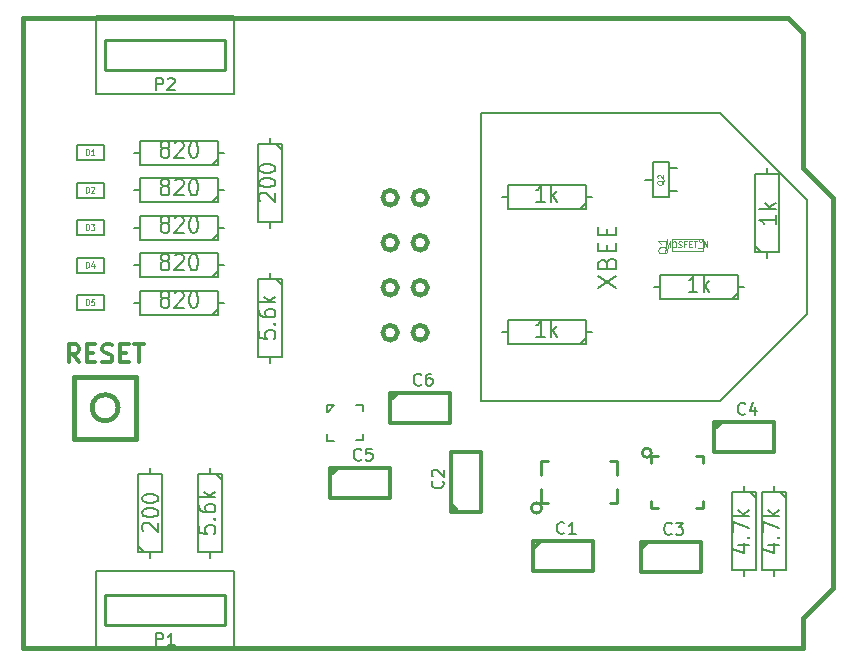
<source format=gto>
G04 (created by PCBNEW (2013-07-07 BZR 4022)-stable) date 1/23/2017 8:00:42 PM*
%MOIN*%
G04 Gerber Fmt 3.4, Leading zero omitted, Abs format*
%FSLAX34Y34*%
G01*
G70*
G90*
G04 APERTURE LIST*
%ADD10C,0.00590551*%
%ADD11C,0.012*%
%ADD12C,0.006*%
%ADD13C,0.01*%
%ADD14C,0.005*%
%ADD15C,0.008*%
%ADD16C,0.0031*%
%ADD17C,0.015*%
%ADD18C,0.007*%
%ADD19C,0.0039*%
%ADD20C,0.0045*%
%ADD21C,0.0047*%
G04 APERTURE END LIST*
G54D10*
G54D11*
X55520Y-40500D02*
X57500Y-40500D01*
X57500Y-40500D02*
X57500Y-41500D01*
X57500Y-41500D02*
X55500Y-41500D01*
X55500Y-41500D02*
X55500Y-40500D01*
X55500Y-40750D02*
X55750Y-40500D01*
X53520Y-43000D02*
X55500Y-43000D01*
X55500Y-43000D02*
X55500Y-44000D01*
X55500Y-44000D02*
X53500Y-44000D01*
X53500Y-44000D02*
X53500Y-43000D01*
X53500Y-43250D02*
X53750Y-43000D01*
G54D12*
X53419Y-41126D02*
X53626Y-40919D01*
X54591Y-40919D02*
X54591Y-41116D01*
X54591Y-42091D02*
X54591Y-41884D01*
X53409Y-40909D02*
X53409Y-41126D01*
X53409Y-40909D02*
X53626Y-40909D01*
X53409Y-42100D02*
X53626Y-42100D01*
X53409Y-42091D02*
X53409Y-41884D01*
X54591Y-42091D02*
X54374Y-42091D01*
X54591Y-40919D02*
X54374Y-40919D01*
G54D10*
X50300Y-27950D02*
X45700Y-27950D01*
X45700Y-27950D02*
X45700Y-30550D01*
X45700Y-30550D02*
X50300Y-30550D01*
X50300Y-30550D02*
X50300Y-27950D01*
G54D13*
X46000Y-28750D02*
X50000Y-28750D01*
X46000Y-29750D02*
X50000Y-29750D01*
X50000Y-29750D02*
X50000Y-28750D01*
X46000Y-28750D02*
X46000Y-29750D01*
G54D10*
X50300Y-46450D02*
X45700Y-46450D01*
X45700Y-46450D02*
X45700Y-49050D01*
X45700Y-49050D02*
X50300Y-49050D01*
X50300Y-49050D02*
X50300Y-46450D01*
G54D13*
X46000Y-47250D02*
X50000Y-47250D01*
X46000Y-48250D02*
X50000Y-48250D01*
X50000Y-48250D02*
X50000Y-47250D01*
X46000Y-47250D02*
X46000Y-48250D01*
G54D14*
X64800Y-33025D02*
X65060Y-33025D01*
X64800Y-33775D02*
X65060Y-33775D01*
X64250Y-33400D02*
X63990Y-33400D01*
X64250Y-33990D02*
X64250Y-32810D01*
X64250Y-32810D02*
X64800Y-32810D01*
X64800Y-32810D02*
X64800Y-33990D01*
X64800Y-33990D02*
X64250Y-33990D01*
G54D15*
X49975Y-36250D02*
X49775Y-36250D01*
X46975Y-36250D02*
X47175Y-36250D01*
X47175Y-36250D02*
X47175Y-36650D01*
X47175Y-36650D02*
X49775Y-36650D01*
X49775Y-36650D02*
X49775Y-35850D01*
X49775Y-35850D02*
X47175Y-35850D01*
X47175Y-35850D02*
X47175Y-36250D01*
X49775Y-36450D02*
X49575Y-36650D01*
X51500Y-36500D02*
X51500Y-36700D01*
X51500Y-39500D02*
X51500Y-39300D01*
X51500Y-39300D02*
X51900Y-39300D01*
X51900Y-39300D02*
X51900Y-36700D01*
X51900Y-36700D02*
X51100Y-36700D01*
X51100Y-36700D02*
X51100Y-39300D01*
X51100Y-39300D02*
X51500Y-39300D01*
X51700Y-36700D02*
X51900Y-36900D01*
X51500Y-32000D02*
X51500Y-32200D01*
X51500Y-35000D02*
X51500Y-34800D01*
X51500Y-34800D02*
X51900Y-34800D01*
X51900Y-34800D02*
X51900Y-32200D01*
X51900Y-32200D02*
X51100Y-32200D01*
X51100Y-32200D02*
X51100Y-34800D01*
X51100Y-34800D02*
X51500Y-34800D01*
X51700Y-32200D02*
X51900Y-32400D01*
X47500Y-46000D02*
X47500Y-45800D01*
X47500Y-43000D02*
X47500Y-43200D01*
X47500Y-43200D02*
X47100Y-43200D01*
X47100Y-43200D02*
X47100Y-45800D01*
X47100Y-45800D02*
X47900Y-45800D01*
X47900Y-45800D02*
X47900Y-43200D01*
X47900Y-43200D02*
X47500Y-43200D01*
X47300Y-45800D02*
X47100Y-45600D01*
X49500Y-43000D02*
X49500Y-43200D01*
X49500Y-46000D02*
X49500Y-45800D01*
X49500Y-45800D02*
X49900Y-45800D01*
X49900Y-45800D02*
X49900Y-43200D01*
X49900Y-43200D02*
X49100Y-43200D01*
X49100Y-43200D02*
X49100Y-45800D01*
X49100Y-45800D02*
X49500Y-45800D01*
X49700Y-43200D02*
X49900Y-43400D01*
X62225Y-33975D02*
X62025Y-33975D01*
X59225Y-33975D02*
X59425Y-33975D01*
X59425Y-33975D02*
X59425Y-34375D01*
X59425Y-34375D02*
X62025Y-34375D01*
X62025Y-34375D02*
X62025Y-33575D01*
X62025Y-33575D02*
X59425Y-33575D01*
X59425Y-33575D02*
X59425Y-33975D01*
X62025Y-34175D02*
X61825Y-34375D01*
X68075Y-36025D02*
X68075Y-35825D01*
X68075Y-33025D02*
X68075Y-33225D01*
X68075Y-33225D02*
X67675Y-33225D01*
X67675Y-33225D02*
X67675Y-35825D01*
X67675Y-35825D02*
X68475Y-35825D01*
X68475Y-35825D02*
X68475Y-33225D01*
X68475Y-33225D02*
X68075Y-33225D01*
X67875Y-35825D02*
X67675Y-35625D01*
X62225Y-38475D02*
X62025Y-38475D01*
X59225Y-38475D02*
X59425Y-38475D01*
X59425Y-38475D02*
X59425Y-38875D01*
X59425Y-38875D02*
X62025Y-38875D01*
X62025Y-38875D02*
X62025Y-38075D01*
X62025Y-38075D02*
X59425Y-38075D01*
X59425Y-38075D02*
X59425Y-38475D01*
X62025Y-38675D02*
X61825Y-38875D01*
X67300Y-36975D02*
X67100Y-36975D01*
X64300Y-36975D02*
X64500Y-36975D01*
X64500Y-36975D02*
X64500Y-37375D01*
X64500Y-37375D02*
X67100Y-37375D01*
X67100Y-37375D02*
X67100Y-36575D01*
X67100Y-36575D02*
X64500Y-36575D01*
X64500Y-36575D02*
X64500Y-36975D01*
X67100Y-37175D02*
X66900Y-37375D01*
X49975Y-37500D02*
X49775Y-37500D01*
X46975Y-37500D02*
X47175Y-37500D01*
X47175Y-37500D02*
X47175Y-37900D01*
X47175Y-37900D02*
X49775Y-37900D01*
X49775Y-37900D02*
X49775Y-37100D01*
X49775Y-37100D02*
X47175Y-37100D01*
X47175Y-37100D02*
X47175Y-37500D01*
X49775Y-37700D02*
X49575Y-37900D01*
X49975Y-35000D02*
X49775Y-35000D01*
X46975Y-35000D02*
X47175Y-35000D01*
X47175Y-35000D02*
X47175Y-35400D01*
X47175Y-35400D02*
X49775Y-35400D01*
X49775Y-35400D02*
X49775Y-34600D01*
X49775Y-34600D02*
X47175Y-34600D01*
X47175Y-34600D02*
X47175Y-35000D01*
X49775Y-35200D02*
X49575Y-35400D01*
X49975Y-33750D02*
X49775Y-33750D01*
X46975Y-33750D02*
X47175Y-33750D01*
X47175Y-33750D02*
X47175Y-34150D01*
X47175Y-34150D02*
X49775Y-34150D01*
X49775Y-34150D02*
X49775Y-33350D01*
X49775Y-33350D02*
X47175Y-33350D01*
X47175Y-33350D02*
X47175Y-33750D01*
X49775Y-33950D02*
X49575Y-34150D01*
X49975Y-32500D02*
X49775Y-32500D01*
X46975Y-32500D02*
X47175Y-32500D01*
X47175Y-32500D02*
X47175Y-32900D01*
X47175Y-32900D02*
X49775Y-32900D01*
X49775Y-32900D02*
X49775Y-32100D01*
X49775Y-32100D02*
X47175Y-32100D01*
X47175Y-32100D02*
X47175Y-32500D01*
X49775Y-32700D02*
X49575Y-32900D01*
X67300Y-43625D02*
X67300Y-43825D01*
X67300Y-46625D02*
X67300Y-46425D01*
X67300Y-46425D02*
X67700Y-46425D01*
X67700Y-46425D02*
X67700Y-43825D01*
X67700Y-43825D02*
X66900Y-43825D01*
X66900Y-43825D02*
X66900Y-46425D01*
X66900Y-46425D02*
X67300Y-46425D01*
X67500Y-43825D02*
X67700Y-44025D01*
X68300Y-43625D02*
X68300Y-43825D01*
X68300Y-46625D02*
X68300Y-46425D01*
X68300Y-46425D02*
X68700Y-46425D01*
X68700Y-46425D02*
X68700Y-43825D01*
X68700Y-43825D02*
X67900Y-43825D01*
X67900Y-43825D02*
X67900Y-46425D01*
X67900Y-46425D02*
X68300Y-46425D01*
X68500Y-43825D02*
X68700Y-44025D01*
G54D11*
X63870Y-45475D02*
X65850Y-45475D01*
X65850Y-45475D02*
X65850Y-46475D01*
X65850Y-46475D02*
X63850Y-46475D01*
X63850Y-46475D02*
X63850Y-45475D01*
X63850Y-45725D02*
X64100Y-45475D01*
X66320Y-41475D02*
X68300Y-41475D01*
X68300Y-41475D02*
X68300Y-42475D01*
X68300Y-42475D02*
X66300Y-42475D01*
X66300Y-42475D02*
X66300Y-41475D01*
X66300Y-41725D02*
X66550Y-41475D01*
X57525Y-44455D02*
X57525Y-42475D01*
X57525Y-42475D02*
X58525Y-42475D01*
X58525Y-42475D02*
X58525Y-44475D01*
X58525Y-44475D02*
X57525Y-44475D01*
X57775Y-44475D02*
X57525Y-44225D01*
X60295Y-45450D02*
X62275Y-45450D01*
X62275Y-45450D02*
X62275Y-46450D01*
X62275Y-46450D02*
X60275Y-46450D01*
X60275Y-46450D02*
X60275Y-45450D01*
X60275Y-45700D02*
X60525Y-45450D01*
G54D14*
X45950Y-35250D02*
X45050Y-35250D01*
X45050Y-35250D02*
X45050Y-34750D01*
X45050Y-34750D02*
X45950Y-34750D01*
X45950Y-34750D02*
X45950Y-35250D01*
X45950Y-34000D02*
X45050Y-34000D01*
X45050Y-34000D02*
X45050Y-33500D01*
X45050Y-33500D02*
X45950Y-33500D01*
X45950Y-33500D02*
X45950Y-34000D01*
X45950Y-32750D02*
X45050Y-32750D01*
X45050Y-32750D02*
X45050Y-32250D01*
X45050Y-32250D02*
X45950Y-32250D01*
X45950Y-32250D02*
X45950Y-32750D01*
X45950Y-37750D02*
X45050Y-37750D01*
X45050Y-37750D02*
X45050Y-37250D01*
X45050Y-37250D02*
X45950Y-37250D01*
X45950Y-37250D02*
X45950Y-37750D01*
X45950Y-36500D02*
X45050Y-36500D01*
X45050Y-36500D02*
X45050Y-36000D01*
X45050Y-36000D02*
X45950Y-36000D01*
X45950Y-36000D02*
X45950Y-36500D01*
G54D16*
X65925Y-35437D02*
G75*
G03X65925Y-35437I-62J0D01*
G74*
G01*
X64900Y-35775D02*
X64900Y-35375D01*
X65925Y-35775D02*
X65925Y-35375D01*
X64900Y-35375D02*
X65925Y-35375D01*
X65925Y-35775D02*
X64900Y-35775D01*
G54D13*
X60558Y-44341D02*
G75*
G03X60558Y-44341I-175J0D01*
G74*
G01*
X60776Y-44184D02*
X60540Y-44184D01*
X60540Y-44184D02*
X60540Y-43711D01*
X63060Y-43711D02*
X63060Y-44184D01*
X63060Y-44184D02*
X62824Y-44184D01*
X62824Y-42766D02*
X63060Y-42766D01*
X63060Y-42766D02*
X63060Y-43239D01*
X60540Y-43239D02*
X60540Y-42766D01*
X60540Y-42766D02*
X60776Y-42766D01*
G54D17*
X69250Y-33000D02*
X69250Y-28500D01*
X69250Y-28500D02*
X68750Y-28000D01*
X68750Y-28000D02*
X43250Y-28000D01*
X69250Y-49000D02*
X43250Y-49000D01*
X43250Y-49000D02*
X43250Y-28000D01*
X69250Y-33000D02*
X70250Y-34000D01*
X70250Y-34000D02*
X70250Y-47000D01*
X70250Y-47000D02*
X69250Y-48000D01*
X69250Y-48000D02*
X69250Y-49000D01*
G54D13*
X64184Y-42845D02*
X64184Y-42609D01*
X64184Y-42609D02*
X64420Y-42609D01*
X64420Y-44341D02*
X64184Y-44341D01*
X64184Y-44341D02*
X64184Y-44105D01*
X65916Y-44105D02*
X65916Y-44341D01*
X65916Y-44341D02*
X65680Y-44341D01*
X65680Y-42609D02*
X65916Y-42609D01*
X65916Y-42609D02*
X65916Y-42845D01*
X64211Y-42501D02*
G75*
G03X64211Y-42501I-154J0D01*
G74*
G01*
G54D17*
X46433Y-41000D02*
G75*
G03X46433Y-41000I-433J0D01*
G74*
G01*
X47033Y-39967D02*
X47033Y-42033D01*
X47033Y-42033D02*
X44967Y-42033D01*
X44967Y-42033D02*
X44967Y-39967D01*
X44967Y-39967D02*
X47033Y-39967D01*
X56747Y-38500D02*
G75*
G03X56747Y-38500I-247J0D01*
G74*
G01*
X55747Y-38500D02*
G75*
G03X55747Y-38500I-247J0D01*
G74*
G01*
X56747Y-37000D02*
G75*
G03X56747Y-37000I-247J0D01*
G74*
G01*
X55747Y-37000D02*
G75*
G03X55747Y-37000I-247J0D01*
G74*
G01*
X56747Y-35500D02*
G75*
G03X56747Y-35500I-247J0D01*
G74*
G01*
X55747Y-35500D02*
G75*
G03X55747Y-35500I-247J0D01*
G74*
G01*
X56747Y-34000D02*
G75*
G03X56747Y-34000I-247J0D01*
G74*
G01*
X55747Y-34000D02*
G75*
G03X55747Y-34000I-247J0D01*
G74*
G01*
G54D18*
X58514Y-31175D02*
X58514Y-40775D01*
X58514Y-40775D02*
X66500Y-40775D01*
X66500Y-40775D02*
X69383Y-37891D01*
X69383Y-37891D02*
X69383Y-34059D01*
X69383Y-34059D02*
X66500Y-31175D01*
X66500Y-31175D02*
X58514Y-31175D01*
G54D14*
X58514Y-31175D02*
X58514Y-40775D01*
X58514Y-40775D02*
X66500Y-40775D01*
X66500Y-40775D02*
X69383Y-37891D01*
X69383Y-37891D02*
X69383Y-34059D01*
X69383Y-34059D02*
X66500Y-31175D01*
X66500Y-31175D02*
X58514Y-31175D01*
G54D15*
X56533Y-40223D02*
X56514Y-40242D01*
X56457Y-40261D01*
X56419Y-40261D01*
X56361Y-40242D01*
X56323Y-40204D01*
X56304Y-40166D01*
X56285Y-40090D01*
X56285Y-40033D01*
X56304Y-39957D01*
X56323Y-39919D01*
X56361Y-39880D01*
X56419Y-39861D01*
X56457Y-39861D01*
X56514Y-39880D01*
X56533Y-39900D01*
X56876Y-39861D02*
X56800Y-39861D01*
X56761Y-39880D01*
X56742Y-39900D01*
X56704Y-39957D01*
X56685Y-40033D01*
X56685Y-40185D01*
X56704Y-40223D01*
X56723Y-40242D01*
X56761Y-40261D01*
X56838Y-40261D01*
X56876Y-40242D01*
X56895Y-40223D01*
X56914Y-40185D01*
X56914Y-40090D01*
X56895Y-40052D01*
X56876Y-40033D01*
X56838Y-40014D01*
X56761Y-40014D01*
X56723Y-40033D01*
X56704Y-40052D01*
X56685Y-40090D01*
X54533Y-42723D02*
X54514Y-42742D01*
X54457Y-42761D01*
X54419Y-42761D01*
X54361Y-42742D01*
X54323Y-42704D01*
X54304Y-42666D01*
X54285Y-42590D01*
X54285Y-42533D01*
X54304Y-42457D01*
X54323Y-42419D01*
X54361Y-42380D01*
X54419Y-42361D01*
X54457Y-42361D01*
X54514Y-42380D01*
X54533Y-42400D01*
X54895Y-42361D02*
X54704Y-42361D01*
X54685Y-42552D01*
X54704Y-42533D01*
X54742Y-42514D01*
X54838Y-42514D01*
X54876Y-42533D01*
X54895Y-42552D01*
X54914Y-42590D01*
X54914Y-42685D01*
X54895Y-42723D01*
X54876Y-42742D01*
X54838Y-42761D01*
X54742Y-42761D01*
X54704Y-42742D01*
X54685Y-42723D01*
X47704Y-30411D02*
X47704Y-30011D01*
X47857Y-30011D01*
X47895Y-30030D01*
X47914Y-30050D01*
X47933Y-30088D01*
X47933Y-30145D01*
X47914Y-30183D01*
X47895Y-30202D01*
X47857Y-30221D01*
X47704Y-30221D01*
X48085Y-30050D02*
X48104Y-30030D01*
X48142Y-30011D01*
X48238Y-30011D01*
X48276Y-30030D01*
X48295Y-30050D01*
X48314Y-30088D01*
X48314Y-30126D01*
X48295Y-30183D01*
X48066Y-30411D01*
X48314Y-30411D01*
X47704Y-48911D02*
X47704Y-48511D01*
X47857Y-48511D01*
X47895Y-48530D01*
X47914Y-48550D01*
X47933Y-48588D01*
X47933Y-48645D01*
X47914Y-48683D01*
X47895Y-48702D01*
X47857Y-48721D01*
X47704Y-48721D01*
X48314Y-48911D02*
X48085Y-48911D01*
X48200Y-48911D02*
X48200Y-48511D01*
X48161Y-48569D01*
X48123Y-48607D01*
X48085Y-48626D01*
G54D19*
X64623Y-33418D02*
X64614Y-33437D01*
X64595Y-33456D01*
X64567Y-33484D01*
X64557Y-33503D01*
X64557Y-33521D01*
X64604Y-33512D02*
X64595Y-33531D01*
X64576Y-33550D01*
X64539Y-33559D01*
X64473Y-33559D01*
X64435Y-33550D01*
X64417Y-33531D01*
X64407Y-33512D01*
X64407Y-33475D01*
X64417Y-33456D01*
X64435Y-33437D01*
X64473Y-33428D01*
X64539Y-33428D01*
X64576Y-33437D01*
X64595Y-33456D01*
X64604Y-33475D01*
X64604Y-33512D01*
X64426Y-33353D02*
X64417Y-33343D01*
X64407Y-33324D01*
X64407Y-33278D01*
X64417Y-33259D01*
X64426Y-33249D01*
X64445Y-33240D01*
X64464Y-33240D01*
X64492Y-33249D01*
X64604Y-33362D01*
X64604Y-33240D01*
G54D15*
X47951Y-36108D02*
X47903Y-36082D01*
X47879Y-36055D01*
X47855Y-36003D01*
X47855Y-35977D01*
X47879Y-35925D01*
X47903Y-35898D01*
X47951Y-35872D01*
X48046Y-35872D01*
X48094Y-35898D01*
X48117Y-35925D01*
X48141Y-35977D01*
X48141Y-36003D01*
X48117Y-36055D01*
X48094Y-36082D01*
X48046Y-36108D01*
X47951Y-36108D01*
X47903Y-36134D01*
X47879Y-36160D01*
X47855Y-36213D01*
X47855Y-36317D01*
X47879Y-36370D01*
X47903Y-36396D01*
X47951Y-36422D01*
X48046Y-36422D01*
X48094Y-36396D01*
X48117Y-36370D01*
X48141Y-36317D01*
X48141Y-36213D01*
X48117Y-36160D01*
X48094Y-36134D01*
X48046Y-36108D01*
X48332Y-35925D02*
X48355Y-35898D01*
X48403Y-35872D01*
X48522Y-35872D01*
X48570Y-35898D01*
X48594Y-35925D01*
X48617Y-35977D01*
X48617Y-36029D01*
X48594Y-36108D01*
X48308Y-36422D01*
X48617Y-36422D01*
X48927Y-35872D02*
X48975Y-35872D01*
X49022Y-35898D01*
X49046Y-35925D01*
X49070Y-35977D01*
X49094Y-36082D01*
X49094Y-36213D01*
X49070Y-36317D01*
X49046Y-36370D01*
X49022Y-36396D01*
X48975Y-36422D01*
X48927Y-36422D01*
X48879Y-36396D01*
X48855Y-36370D01*
X48832Y-36317D01*
X48808Y-36213D01*
X48808Y-36082D01*
X48832Y-35977D01*
X48855Y-35925D01*
X48879Y-35898D01*
X48927Y-35872D01*
X51122Y-38440D02*
X51122Y-38678D01*
X51384Y-38702D01*
X51358Y-38678D01*
X51332Y-38630D01*
X51332Y-38511D01*
X51358Y-38464D01*
X51384Y-38440D01*
X51436Y-38416D01*
X51567Y-38416D01*
X51620Y-38440D01*
X51646Y-38464D01*
X51672Y-38511D01*
X51672Y-38630D01*
X51646Y-38678D01*
X51620Y-38702D01*
X51620Y-38202D02*
X51646Y-38178D01*
X51672Y-38202D01*
X51646Y-38226D01*
X51620Y-38202D01*
X51672Y-38202D01*
X51122Y-37749D02*
X51122Y-37845D01*
X51148Y-37892D01*
X51175Y-37916D01*
X51253Y-37964D01*
X51358Y-37988D01*
X51567Y-37988D01*
X51620Y-37964D01*
X51646Y-37940D01*
X51672Y-37892D01*
X51672Y-37797D01*
X51646Y-37749D01*
X51620Y-37726D01*
X51567Y-37702D01*
X51436Y-37702D01*
X51384Y-37726D01*
X51358Y-37749D01*
X51332Y-37797D01*
X51332Y-37892D01*
X51358Y-37940D01*
X51384Y-37964D01*
X51436Y-37988D01*
X51672Y-37488D02*
X51122Y-37488D01*
X51463Y-37440D02*
X51672Y-37297D01*
X51305Y-37297D02*
X51515Y-37488D01*
X51175Y-34119D02*
X51148Y-34095D01*
X51122Y-34047D01*
X51122Y-33928D01*
X51148Y-33880D01*
X51175Y-33857D01*
X51227Y-33833D01*
X51279Y-33833D01*
X51358Y-33857D01*
X51672Y-34142D01*
X51672Y-33833D01*
X51122Y-33523D02*
X51122Y-33476D01*
X51148Y-33428D01*
X51175Y-33404D01*
X51227Y-33380D01*
X51332Y-33357D01*
X51463Y-33357D01*
X51567Y-33380D01*
X51620Y-33404D01*
X51646Y-33428D01*
X51672Y-33476D01*
X51672Y-33523D01*
X51646Y-33571D01*
X51620Y-33595D01*
X51567Y-33619D01*
X51463Y-33642D01*
X51332Y-33642D01*
X51227Y-33619D01*
X51175Y-33595D01*
X51148Y-33571D01*
X51122Y-33523D01*
X51122Y-33047D02*
X51122Y-33000D01*
X51148Y-32952D01*
X51175Y-32928D01*
X51227Y-32904D01*
X51332Y-32880D01*
X51463Y-32880D01*
X51567Y-32904D01*
X51620Y-32928D01*
X51646Y-32952D01*
X51672Y-33000D01*
X51672Y-33047D01*
X51646Y-33095D01*
X51620Y-33119D01*
X51567Y-33142D01*
X51463Y-33166D01*
X51332Y-33166D01*
X51227Y-33142D01*
X51175Y-33119D01*
X51148Y-33095D01*
X51122Y-33047D01*
X47275Y-45119D02*
X47248Y-45095D01*
X47222Y-45047D01*
X47222Y-44928D01*
X47248Y-44880D01*
X47275Y-44857D01*
X47327Y-44833D01*
X47379Y-44833D01*
X47458Y-44857D01*
X47772Y-45142D01*
X47772Y-44833D01*
X47222Y-44523D02*
X47222Y-44476D01*
X47248Y-44428D01*
X47275Y-44404D01*
X47327Y-44380D01*
X47432Y-44357D01*
X47563Y-44357D01*
X47667Y-44380D01*
X47720Y-44404D01*
X47746Y-44428D01*
X47772Y-44476D01*
X47772Y-44523D01*
X47746Y-44571D01*
X47720Y-44595D01*
X47667Y-44619D01*
X47563Y-44642D01*
X47432Y-44642D01*
X47327Y-44619D01*
X47275Y-44595D01*
X47248Y-44571D01*
X47222Y-44523D01*
X47222Y-44047D02*
X47222Y-44000D01*
X47248Y-43952D01*
X47275Y-43928D01*
X47327Y-43904D01*
X47432Y-43880D01*
X47563Y-43880D01*
X47667Y-43904D01*
X47720Y-43928D01*
X47746Y-43952D01*
X47772Y-44000D01*
X47772Y-44047D01*
X47746Y-44095D01*
X47720Y-44119D01*
X47667Y-44142D01*
X47563Y-44166D01*
X47432Y-44166D01*
X47327Y-44142D01*
X47275Y-44119D01*
X47248Y-44095D01*
X47222Y-44047D01*
X49122Y-44940D02*
X49122Y-45178D01*
X49384Y-45202D01*
X49358Y-45178D01*
X49332Y-45130D01*
X49332Y-45011D01*
X49358Y-44964D01*
X49384Y-44940D01*
X49436Y-44916D01*
X49567Y-44916D01*
X49620Y-44940D01*
X49646Y-44964D01*
X49672Y-45011D01*
X49672Y-45130D01*
X49646Y-45178D01*
X49620Y-45202D01*
X49620Y-44702D02*
X49646Y-44678D01*
X49672Y-44702D01*
X49646Y-44726D01*
X49620Y-44702D01*
X49672Y-44702D01*
X49122Y-44249D02*
X49122Y-44345D01*
X49148Y-44392D01*
X49175Y-44416D01*
X49253Y-44464D01*
X49358Y-44488D01*
X49567Y-44488D01*
X49620Y-44464D01*
X49646Y-44440D01*
X49672Y-44392D01*
X49672Y-44297D01*
X49646Y-44249D01*
X49620Y-44226D01*
X49567Y-44202D01*
X49436Y-44202D01*
X49384Y-44226D01*
X49358Y-44249D01*
X49332Y-44297D01*
X49332Y-44392D01*
X49358Y-44440D01*
X49384Y-44464D01*
X49436Y-44488D01*
X49672Y-43988D02*
X49122Y-43988D01*
X49463Y-43940D02*
X49672Y-43797D01*
X49305Y-43797D02*
X49515Y-43988D01*
X60665Y-34147D02*
X60379Y-34147D01*
X60522Y-34147D02*
X60522Y-33597D01*
X60475Y-33676D01*
X60427Y-33728D01*
X60379Y-33754D01*
X60879Y-34147D02*
X60879Y-33597D01*
X60927Y-33938D02*
X61070Y-34147D01*
X61070Y-33780D02*
X60879Y-33990D01*
X68347Y-34584D02*
X68347Y-34870D01*
X68347Y-34727D02*
X67797Y-34727D01*
X67876Y-34774D01*
X67928Y-34822D01*
X67954Y-34870D01*
X68347Y-34370D02*
X67797Y-34370D01*
X68138Y-34322D02*
X68347Y-34179D01*
X67980Y-34179D02*
X68190Y-34370D01*
X60665Y-38647D02*
X60379Y-38647D01*
X60522Y-38647D02*
X60522Y-38097D01*
X60475Y-38176D01*
X60427Y-38228D01*
X60379Y-38254D01*
X60879Y-38647D02*
X60879Y-38097D01*
X60927Y-38438D02*
X61070Y-38647D01*
X61070Y-38280D02*
X60879Y-38490D01*
X65740Y-37147D02*
X65454Y-37147D01*
X65597Y-37147D02*
X65597Y-36597D01*
X65550Y-36676D01*
X65502Y-36728D01*
X65454Y-36754D01*
X65954Y-37147D02*
X65954Y-36597D01*
X66002Y-36938D02*
X66145Y-37147D01*
X66145Y-36780D02*
X65954Y-36990D01*
X47951Y-37358D02*
X47903Y-37332D01*
X47879Y-37305D01*
X47855Y-37253D01*
X47855Y-37227D01*
X47879Y-37175D01*
X47903Y-37148D01*
X47951Y-37122D01*
X48046Y-37122D01*
X48094Y-37148D01*
X48117Y-37175D01*
X48141Y-37227D01*
X48141Y-37253D01*
X48117Y-37305D01*
X48094Y-37332D01*
X48046Y-37358D01*
X47951Y-37358D01*
X47903Y-37384D01*
X47879Y-37410D01*
X47855Y-37463D01*
X47855Y-37567D01*
X47879Y-37620D01*
X47903Y-37646D01*
X47951Y-37672D01*
X48046Y-37672D01*
X48094Y-37646D01*
X48117Y-37620D01*
X48141Y-37567D01*
X48141Y-37463D01*
X48117Y-37410D01*
X48094Y-37384D01*
X48046Y-37358D01*
X48332Y-37175D02*
X48355Y-37148D01*
X48403Y-37122D01*
X48522Y-37122D01*
X48570Y-37148D01*
X48594Y-37175D01*
X48617Y-37227D01*
X48617Y-37279D01*
X48594Y-37358D01*
X48308Y-37672D01*
X48617Y-37672D01*
X48927Y-37122D02*
X48975Y-37122D01*
X49022Y-37148D01*
X49046Y-37175D01*
X49070Y-37227D01*
X49094Y-37332D01*
X49094Y-37463D01*
X49070Y-37567D01*
X49046Y-37620D01*
X49022Y-37646D01*
X48975Y-37672D01*
X48927Y-37672D01*
X48879Y-37646D01*
X48855Y-37620D01*
X48832Y-37567D01*
X48808Y-37463D01*
X48808Y-37332D01*
X48832Y-37227D01*
X48855Y-37175D01*
X48879Y-37148D01*
X48927Y-37122D01*
X47951Y-34858D02*
X47903Y-34832D01*
X47879Y-34805D01*
X47855Y-34753D01*
X47855Y-34727D01*
X47879Y-34675D01*
X47903Y-34648D01*
X47951Y-34622D01*
X48046Y-34622D01*
X48094Y-34648D01*
X48117Y-34675D01*
X48141Y-34727D01*
X48141Y-34753D01*
X48117Y-34805D01*
X48094Y-34832D01*
X48046Y-34858D01*
X47951Y-34858D01*
X47903Y-34884D01*
X47879Y-34910D01*
X47855Y-34963D01*
X47855Y-35067D01*
X47879Y-35120D01*
X47903Y-35146D01*
X47951Y-35172D01*
X48046Y-35172D01*
X48094Y-35146D01*
X48117Y-35120D01*
X48141Y-35067D01*
X48141Y-34963D01*
X48117Y-34910D01*
X48094Y-34884D01*
X48046Y-34858D01*
X48332Y-34675D02*
X48355Y-34648D01*
X48403Y-34622D01*
X48522Y-34622D01*
X48570Y-34648D01*
X48594Y-34675D01*
X48617Y-34727D01*
X48617Y-34779D01*
X48594Y-34858D01*
X48308Y-35172D01*
X48617Y-35172D01*
X48927Y-34622D02*
X48975Y-34622D01*
X49022Y-34648D01*
X49046Y-34675D01*
X49070Y-34727D01*
X49094Y-34832D01*
X49094Y-34963D01*
X49070Y-35067D01*
X49046Y-35120D01*
X49022Y-35146D01*
X48975Y-35172D01*
X48927Y-35172D01*
X48879Y-35146D01*
X48855Y-35120D01*
X48832Y-35067D01*
X48808Y-34963D01*
X48808Y-34832D01*
X48832Y-34727D01*
X48855Y-34675D01*
X48879Y-34648D01*
X48927Y-34622D01*
X47951Y-33608D02*
X47903Y-33582D01*
X47879Y-33555D01*
X47855Y-33503D01*
X47855Y-33477D01*
X47879Y-33425D01*
X47903Y-33398D01*
X47951Y-33372D01*
X48046Y-33372D01*
X48094Y-33398D01*
X48117Y-33425D01*
X48141Y-33477D01*
X48141Y-33503D01*
X48117Y-33555D01*
X48094Y-33582D01*
X48046Y-33608D01*
X47951Y-33608D01*
X47903Y-33634D01*
X47879Y-33660D01*
X47855Y-33713D01*
X47855Y-33817D01*
X47879Y-33870D01*
X47903Y-33896D01*
X47951Y-33922D01*
X48046Y-33922D01*
X48094Y-33896D01*
X48117Y-33870D01*
X48141Y-33817D01*
X48141Y-33713D01*
X48117Y-33660D01*
X48094Y-33634D01*
X48046Y-33608D01*
X48332Y-33425D02*
X48355Y-33398D01*
X48403Y-33372D01*
X48522Y-33372D01*
X48570Y-33398D01*
X48594Y-33425D01*
X48617Y-33477D01*
X48617Y-33529D01*
X48594Y-33608D01*
X48308Y-33922D01*
X48617Y-33922D01*
X48927Y-33372D02*
X48975Y-33372D01*
X49022Y-33398D01*
X49046Y-33425D01*
X49070Y-33477D01*
X49094Y-33582D01*
X49094Y-33713D01*
X49070Y-33817D01*
X49046Y-33870D01*
X49022Y-33896D01*
X48975Y-33922D01*
X48927Y-33922D01*
X48879Y-33896D01*
X48855Y-33870D01*
X48832Y-33817D01*
X48808Y-33713D01*
X48808Y-33582D01*
X48832Y-33477D01*
X48855Y-33425D01*
X48879Y-33398D01*
X48927Y-33372D01*
X47951Y-32358D02*
X47903Y-32332D01*
X47879Y-32305D01*
X47855Y-32253D01*
X47855Y-32227D01*
X47879Y-32175D01*
X47903Y-32148D01*
X47951Y-32122D01*
X48046Y-32122D01*
X48094Y-32148D01*
X48117Y-32175D01*
X48141Y-32227D01*
X48141Y-32253D01*
X48117Y-32305D01*
X48094Y-32332D01*
X48046Y-32358D01*
X47951Y-32358D01*
X47903Y-32384D01*
X47879Y-32410D01*
X47855Y-32463D01*
X47855Y-32567D01*
X47879Y-32620D01*
X47903Y-32646D01*
X47951Y-32672D01*
X48046Y-32672D01*
X48094Y-32646D01*
X48117Y-32620D01*
X48141Y-32567D01*
X48141Y-32463D01*
X48117Y-32410D01*
X48094Y-32384D01*
X48046Y-32358D01*
X48332Y-32175D02*
X48355Y-32148D01*
X48403Y-32122D01*
X48522Y-32122D01*
X48570Y-32148D01*
X48594Y-32175D01*
X48617Y-32227D01*
X48617Y-32279D01*
X48594Y-32358D01*
X48308Y-32672D01*
X48617Y-32672D01*
X48927Y-32122D02*
X48975Y-32122D01*
X49022Y-32148D01*
X49046Y-32175D01*
X49070Y-32227D01*
X49094Y-32332D01*
X49094Y-32463D01*
X49070Y-32567D01*
X49046Y-32620D01*
X49022Y-32646D01*
X48975Y-32672D01*
X48927Y-32672D01*
X48879Y-32646D01*
X48855Y-32620D01*
X48832Y-32567D01*
X48808Y-32463D01*
X48808Y-32332D01*
X48832Y-32227D01*
X48855Y-32175D01*
X48879Y-32148D01*
X48927Y-32122D01*
X67105Y-45589D02*
X67472Y-45589D01*
X66896Y-45708D02*
X67289Y-45827D01*
X67289Y-45517D01*
X67420Y-45327D02*
X67446Y-45303D01*
X67472Y-45327D01*
X67446Y-45351D01*
X67420Y-45327D01*
X67472Y-45327D01*
X66922Y-45136D02*
X66922Y-44803D01*
X67472Y-45017D01*
X67472Y-44613D02*
X66922Y-44613D01*
X67263Y-44565D02*
X67472Y-44422D01*
X67105Y-44422D02*
X67315Y-44613D01*
X68105Y-45589D02*
X68472Y-45589D01*
X67896Y-45708D02*
X68289Y-45827D01*
X68289Y-45517D01*
X68420Y-45327D02*
X68446Y-45303D01*
X68472Y-45327D01*
X68446Y-45351D01*
X68420Y-45327D01*
X68472Y-45327D01*
X67922Y-45136D02*
X67922Y-44803D01*
X68472Y-45017D01*
X68472Y-44613D02*
X67922Y-44613D01*
X68263Y-44565D02*
X68472Y-44422D01*
X68105Y-44422D02*
X68315Y-44613D01*
X64883Y-45198D02*
X64864Y-45217D01*
X64807Y-45236D01*
X64769Y-45236D01*
X64711Y-45217D01*
X64673Y-45179D01*
X64654Y-45141D01*
X64635Y-45065D01*
X64635Y-45008D01*
X64654Y-44932D01*
X64673Y-44894D01*
X64711Y-44855D01*
X64769Y-44836D01*
X64807Y-44836D01*
X64864Y-44855D01*
X64883Y-44875D01*
X65016Y-44836D02*
X65264Y-44836D01*
X65130Y-44989D01*
X65188Y-44989D01*
X65226Y-45008D01*
X65245Y-45027D01*
X65264Y-45065D01*
X65264Y-45160D01*
X65245Y-45198D01*
X65226Y-45217D01*
X65188Y-45236D01*
X65073Y-45236D01*
X65035Y-45217D01*
X65016Y-45198D01*
X67333Y-41198D02*
X67314Y-41217D01*
X67257Y-41236D01*
X67219Y-41236D01*
X67161Y-41217D01*
X67123Y-41179D01*
X67104Y-41141D01*
X67085Y-41065D01*
X67085Y-41008D01*
X67104Y-40932D01*
X67123Y-40894D01*
X67161Y-40855D01*
X67219Y-40836D01*
X67257Y-40836D01*
X67314Y-40855D01*
X67333Y-40875D01*
X67676Y-40970D02*
X67676Y-41236D01*
X67580Y-40817D02*
X67485Y-41103D01*
X67733Y-41103D01*
X57248Y-43441D02*
X57267Y-43460D01*
X57286Y-43517D01*
X57286Y-43555D01*
X57267Y-43613D01*
X57229Y-43651D01*
X57191Y-43670D01*
X57115Y-43689D01*
X57058Y-43689D01*
X56982Y-43670D01*
X56944Y-43651D01*
X56905Y-43613D01*
X56886Y-43555D01*
X56886Y-43517D01*
X56905Y-43460D01*
X56925Y-43441D01*
X56925Y-43289D02*
X56905Y-43270D01*
X56886Y-43232D01*
X56886Y-43136D01*
X56905Y-43098D01*
X56925Y-43079D01*
X56963Y-43060D01*
X57001Y-43060D01*
X57058Y-43079D01*
X57286Y-43308D01*
X57286Y-43060D01*
X61308Y-45173D02*
X61289Y-45192D01*
X61232Y-45211D01*
X61194Y-45211D01*
X61136Y-45192D01*
X61098Y-45154D01*
X61079Y-45116D01*
X61060Y-45040D01*
X61060Y-44983D01*
X61079Y-44907D01*
X61098Y-44869D01*
X61136Y-44830D01*
X61194Y-44811D01*
X61232Y-44811D01*
X61289Y-44830D01*
X61308Y-44850D01*
X61689Y-45211D02*
X61460Y-45211D01*
X61575Y-45211D02*
X61575Y-44811D01*
X61536Y-44869D01*
X61498Y-44907D01*
X61460Y-44926D01*
G54D20*
X45367Y-35080D02*
X45367Y-34880D01*
X45410Y-34880D01*
X45435Y-34890D01*
X45452Y-34909D01*
X45461Y-34928D01*
X45470Y-34966D01*
X45470Y-34995D01*
X45461Y-35033D01*
X45452Y-35052D01*
X45435Y-35071D01*
X45410Y-35080D01*
X45367Y-35080D01*
X45530Y-34880D02*
X45641Y-34880D01*
X45581Y-34957D01*
X45607Y-34957D01*
X45624Y-34966D01*
X45632Y-34976D01*
X45641Y-34995D01*
X45641Y-35042D01*
X45632Y-35061D01*
X45624Y-35071D01*
X45607Y-35080D01*
X45555Y-35080D01*
X45538Y-35071D01*
X45530Y-35061D01*
X45367Y-33830D02*
X45367Y-33630D01*
X45410Y-33630D01*
X45435Y-33640D01*
X45452Y-33659D01*
X45461Y-33678D01*
X45470Y-33716D01*
X45470Y-33745D01*
X45461Y-33783D01*
X45452Y-33802D01*
X45435Y-33821D01*
X45410Y-33830D01*
X45367Y-33830D01*
X45538Y-33650D02*
X45547Y-33640D01*
X45564Y-33630D01*
X45607Y-33630D01*
X45624Y-33640D01*
X45632Y-33650D01*
X45641Y-33669D01*
X45641Y-33688D01*
X45632Y-33716D01*
X45530Y-33830D01*
X45641Y-33830D01*
X45367Y-32580D02*
X45367Y-32380D01*
X45410Y-32380D01*
X45435Y-32390D01*
X45452Y-32409D01*
X45461Y-32428D01*
X45470Y-32466D01*
X45470Y-32495D01*
X45461Y-32533D01*
X45452Y-32552D01*
X45435Y-32571D01*
X45410Y-32580D01*
X45367Y-32580D01*
X45641Y-32580D02*
X45538Y-32580D01*
X45590Y-32580D02*
X45590Y-32380D01*
X45572Y-32409D01*
X45555Y-32428D01*
X45538Y-32438D01*
X45367Y-37580D02*
X45367Y-37380D01*
X45410Y-37380D01*
X45435Y-37390D01*
X45452Y-37409D01*
X45461Y-37428D01*
X45470Y-37466D01*
X45470Y-37495D01*
X45461Y-37533D01*
X45452Y-37552D01*
X45435Y-37571D01*
X45410Y-37580D01*
X45367Y-37580D01*
X45632Y-37380D02*
X45547Y-37380D01*
X45538Y-37476D01*
X45547Y-37466D01*
X45564Y-37457D01*
X45607Y-37457D01*
X45624Y-37466D01*
X45632Y-37476D01*
X45641Y-37495D01*
X45641Y-37542D01*
X45632Y-37561D01*
X45624Y-37571D01*
X45607Y-37580D01*
X45564Y-37580D01*
X45547Y-37571D01*
X45538Y-37561D01*
X45367Y-36330D02*
X45367Y-36130D01*
X45410Y-36130D01*
X45435Y-36140D01*
X45452Y-36159D01*
X45461Y-36178D01*
X45470Y-36216D01*
X45470Y-36245D01*
X45461Y-36283D01*
X45452Y-36302D01*
X45435Y-36321D01*
X45410Y-36330D01*
X45367Y-36330D01*
X45624Y-36197D02*
X45624Y-36330D01*
X45581Y-36121D02*
X45538Y-36264D01*
X45650Y-36264D01*
G54D21*
X64763Y-35642D02*
X64748Y-35671D01*
X64720Y-35699D01*
X64677Y-35742D01*
X64663Y-35771D01*
X64663Y-35799D01*
X64734Y-35785D02*
X64720Y-35814D01*
X64691Y-35842D01*
X64634Y-35856D01*
X64534Y-35856D01*
X64477Y-35842D01*
X64448Y-35814D01*
X64434Y-35785D01*
X64434Y-35728D01*
X64448Y-35699D01*
X64477Y-35671D01*
X64534Y-35656D01*
X64634Y-35656D01*
X64691Y-35671D01*
X64720Y-35699D01*
X64734Y-35728D01*
X64734Y-35785D01*
X64734Y-35371D02*
X64734Y-35542D01*
X64734Y-35456D02*
X64434Y-35456D01*
X64477Y-35485D01*
X64505Y-35514D01*
X64520Y-35542D01*
G54D19*
X64685Y-35654D02*
X64685Y-35457D01*
X64751Y-35598D01*
X64816Y-35457D01*
X64816Y-35654D01*
X64948Y-35457D02*
X64985Y-35457D01*
X65004Y-35467D01*
X65023Y-35485D01*
X65032Y-35523D01*
X65032Y-35589D01*
X65023Y-35626D01*
X65004Y-35645D01*
X64985Y-35654D01*
X64948Y-35654D01*
X64929Y-35645D01*
X64910Y-35626D01*
X64901Y-35589D01*
X64901Y-35523D01*
X64910Y-35485D01*
X64929Y-35467D01*
X64948Y-35457D01*
X65107Y-35645D02*
X65135Y-35654D01*
X65182Y-35654D01*
X65201Y-35645D01*
X65210Y-35635D01*
X65220Y-35617D01*
X65220Y-35598D01*
X65210Y-35579D01*
X65201Y-35570D01*
X65182Y-35560D01*
X65145Y-35551D01*
X65126Y-35542D01*
X65117Y-35532D01*
X65107Y-35514D01*
X65107Y-35495D01*
X65117Y-35476D01*
X65126Y-35467D01*
X65145Y-35457D01*
X65192Y-35457D01*
X65220Y-35467D01*
X65370Y-35551D02*
X65304Y-35551D01*
X65304Y-35654D02*
X65304Y-35457D01*
X65398Y-35457D01*
X65473Y-35551D02*
X65539Y-35551D01*
X65567Y-35654D02*
X65473Y-35654D01*
X65473Y-35457D01*
X65567Y-35457D01*
X65623Y-35457D02*
X65736Y-35457D01*
X65679Y-35654D02*
X65679Y-35457D01*
X65754Y-35673D02*
X65905Y-35673D01*
X65951Y-35654D02*
X65951Y-35457D01*
X66064Y-35654D01*
X66064Y-35457D01*
G54D11*
X45128Y-39492D02*
X44928Y-39207D01*
X44785Y-39492D02*
X44785Y-38892D01*
X45014Y-38892D01*
X45071Y-38921D01*
X45100Y-38950D01*
X45128Y-39007D01*
X45128Y-39092D01*
X45100Y-39150D01*
X45071Y-39178D01*
X45014Y-39207D01*
X44785Y-39207D01*
X45385Y-39178D02*
X45585Y-39178D01*
X45671Y-39492D02*
X45385Y-39492D01*
X45385Y-38892D01*
X45671Y-38892D01*
X45900Y-39464D02*
X45985Y-39492D01*
X46128Y-39492D01*
X46185Y-39464D01*
X46214Y-39435D01*
X46242Y-39378D01*
X46242Y-39321D01*
X46214Y-39264D01*
X46185Y-39235D01*
X46128Y-39207D01*
X46014Y-39178D01*
X45957Y-39150D01*
X45928Y-39121D01*
X45900Y-39064D01*
X45900Y-39007D01*
X45928Y-38950D01*
X45957Y-38921D01*
X46014Y-38892D01*
X46157Y-38892D01*
X46242Y-38921D01*
X46500Y-39178D02*
X46700Y-39178D01*
X46785Y-39492D02*
X46500Y-39492D01*
X46500Y-38892D01*
X46785Y-38892D01*
X46957Y-38892D02*
X47300Y-38892D01*
X47128Y-39492D02*
X47128Y-38892D01*
G54D10*
X62442Y-37017D02*
X63042Y-36617D01*
X62442Y-36617D02*
X63042Y-37017D01*
X62728Y-36189D02*
X62757Y-36103D01*
X62785Y-36074D01*
X62842Y-36046D01*
X62928Y-36046D01*
X62985Y-36074D01*
X63014Y-36103D01*
X63042Y-36160D01*
X63042Y-36389D01*
X62442Y-36389D01*
X62442Y-36189D01*
X62471Y-36132D01*
X62500Y-36103D01*
X62557Y-36074D01*
X62614Y-36074D01*
X62671Y-36103D01*
X62700Y-36132D01*
X62728Y-36189D01*
X62728Y-36389D01*
X62728Y-35789D02*
X62728Y-35589D01*
X63042Y-35503D02*
X63042Y-35789D01*
X62442Y-35789D01*
X62442Y-35503D01*
X62728Y-35246D02*
X62728Y-35046D01*
X63042Y-34960D02*
X63042Y-35246D01*
X62442Y-35246D01*
X62442Y-34960D01*
M02*

</source>
